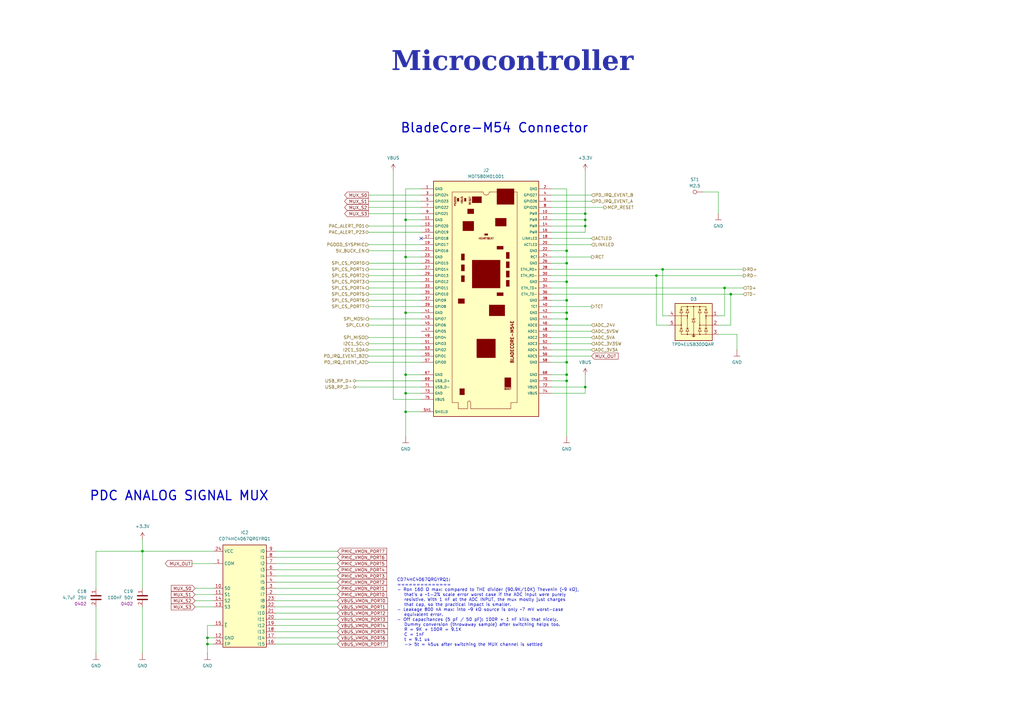
<source format=kicad_sch>
(kicad_sch (version 20250114) (generator "eeschema") (generator_version "9.0")
  (paper "A3")
  (title_block (title "Microcontroller") (date "2025-01-12") (rev "${REVISION}") (company "${COMPANY}"))
  (lib_symbols
    (symbol "DS_Capacitor_0402:100nF 50V 0402"
      (property "Reference" "C" (at 3.81 2.032 0))
      (property "Value" "100nF 50V" (at 3.81 0 0))
      (property "FOOTPRINT_SHORT" "0402" (at 3.81 -2.032 0))
      (symbol "100nF 50V 0402_0_1"
        (polyline (pts (xy -2.032 0.762) (xy 2.032 0.762)) (stroke (width 0.508)))
        (polyline (pts (xy -2.032 -0.762) (xy 2.032 -0.762)) (stroke (width 0.508)))
      )
      (symbol "100nF 50V 0402_1_1"
        (pin passive line (at 0 3.81 270) (length 2.794) (name "~") (number "1"))
        (pin passive line (at 0 -3.81 90) (length 2.794) (name "~") (number "2"))
      )
    )
    (symbol "DS_Capacitor_0402:4.7uF 25V 0402"
      (property "Reference" "C" (at 3.81 2.032 0))
      (property "Value" "4.7uF 25V" (at 3.81 0 0))
      (property "FOOTPRINT_SHORT" "0402" (at 3.81 -2.032 0))
      (symbol "4.7uF 25V 0402_0_1"
        (polyline (pts (xy -2.032 0.762) (xy 2.032 0.762)) (stroke (width 0.508)))
        (polyline (pts (xy -2.032 -0.762) (xy 2.032 -0.762)) (stroke (width 0.508)))
      )
      (symbol "4.7uF 25V 0402_1_1"
        (pin passive line (at 0 3.81 270) (length 2.794) (name "~") (number "1"))
        (pin passive line (at 0 -3.81 90) (length 2.794) (name "~") (number "2"))
      )
    )
    (symbol "DS_Connector:BladeCore-M54E" (exclude_from_sim yes) (in_bom no)
      (property "Reference" "J2" (at 0 53.34 0))
      (property "Value" "MDT580M01001" (at 0 50.8 0))
      (symbol "BladeCore-M54E_0_0"
        (rectangle (start -21.59 48.895) (end 21.59 -47.625) (stroke (width 0.254)) (fill (type background)))
        (pin power_in line (at -26.67 45.72 0) (length 5.08) (name "GND") (number "1"))
        (pin power_in line (at -26.67 33.02 0) (length 5.08) (name "GND") (number "11"))
        (pin power_in line (at -26.67 17.78 0) (length 5.08) (name "GND") (number "23"))
        (pin power_in line (at -26.67 -5.08 0) (length 5.08) (name "GND") (number "41"))
        (pin power_in line (at -26.67 -30.48 0) (length 5.08) (name "GND") (number "67"))
        (pin power_in line (at -26.67 -38.1 0) (length 5.08) (name "GND") (number "73"))
        (pin power_in line (at -26.67 -40.64 0) (length 5.08) (name "VBUS") (number "75"))
        (pin power_in line (at 26.67 45.72 180) (length 5.08) (name "GND") (number "2"))
        (pin power_in line (at 26.67 35.56 180) (length 5.08) (name "PWR") (number "10"))
        (pin power_in line (at 26.67 33.02 180) (length 5.08) (name "PWR") (number "12"))
        (pin power_in line (at 26.67 30.48 180) (length 5.08) (name "PWR") (number "14"))
        (pin power_in line (at 26.67 27.94 180) (length 5.08) (name "PWR") (number "16"))
        (pin power_in line (at 26.67 20.32 180) (length 5.08) (name "GND") (number "22"))
        (pin power_in line (at 26.67 15.24 180) (length 5.08) (name "GND") (number "26"))
        (pin power_in line (at 26.67 7.62 180) (length 5.08) (name "GND") (number "32"))
        (pin power_in line (at 26.67 0 180) (length 5.08) (name "GND") (number "38"))
        (pin power_in line (at 26.67 -5.08 180) (length 5.08) (name "GND") (number "42"))
        (pin power_in line (at 26.67 -7.62 180) (length 5.08) (name "GND") (number "44"))
        (pin power_in line (at 26.67 -25.4 180) (length 5.08) (name "GND") (number "58"))
        (pin power_in line (at 26.67 -30.48 180) (length 5.08) (name "GND") (number "68"))
        (pin power_in line (at 26.67 -33.02 180) (length 5.08) (name "GND") (number "70"))
        (pin power_in line (at 26.67 -35.56 180) (length 5.08) (name "VBUS") (number "72"))
        (pin power_in line (at 26.67 -38.1 180) (length 5.08) (name "VBUS") (number "74"))
      )
      (symbol "BladeCore-M54E_0_1"
        (polyline (pts (xy -13.97 44.45) (xy -2.54 44.45)))
        (polyline (pts (xy -13.97 -41.91) (xy -13.97 44.45)))
        (rectangle (start -11.811 41.91) (end -11.176 40.64) (fill (type outline)))
        (rectangle (start -11.43 -1.27) (end -8.89 0.635) (fill (type outline)))
        (polyline (pts (xy -11.43 -44.45) (xy -11.43 -41.91) (xy -13.97 -41.91)))
        (polyline (pts (xy -11.43 -44.45) (xy -7.62 -44.45) (xy -7.62 -41.91)))
        (rectangle (start -10.795 -36.195) (end -8.89 -38.735) (fill (type outline)))
        (rectangle (start -10.16 19.05) (end -8.89 16.51) (fill (type outline)))
        (rectangle (start -10.16 14.605) (end -8.89 12.065) (fill (type outline)))
        (rectangle (start -10.16 10.16) (end -8.89 7.62) (fill (type outline)))
        (rectangle (start -9.525 32.385) (end -5.08 28.575) (fill (type outline)))
        (rectangle (start -8.89 41.91) (end -8.255 40.64) (fill (type outline)))
        (rectangle (start -7.62 37.465) (end -5.08 35.56) (fill (type outline)))
        (arc (start -7.62 -41.91) (mid -7.434 -41.461) (end -6.985 -41.275))
        (arc (start -6.985 -41.275) (mid -6.536 -41.461) (end -6.35 -41.91))
        (polyline (pts (xy -6.35 -41.91) (xy -6.35 -44.45) (xy 8.89 -44.45) (xy 10.16 -44.45) (xy 10.16 -41.91) (xy 12.7 -41.91)))
        (rectangle (start -5.715 42.545) (end -1.905 40.005) (fill (type outline)))
        (rectangle (start -5.715 16.51) (end 5.715 5.08) (fill (type outline)))
        (rectangle (start -3.81 -15.875) (end 3.81 -23.495) (fill (type outline)))
        (polyline (pts (xy -2.54 44.45) (xy -1.905 44.45)))
        (polyline (pts (xy -1.905 44.45) (xy -1.27 44.45)))
        (rectangle (start -0.635 26.67) (end 0.635 27.305) (fill (type outline)))
        (arc (start 1.27 44.45) (mid 0.898 43.552) (end 0 43.18))
        (arc (start 0 43.18) (mid -0.898 43.552) (end -1.27 44.45))
        (polyline (pts (xy 1.27 44.45) (xy 1.905 44.45)))
        (rectangle (start 1.27 -1.905) (end 7.62 -6.35) (fill (type outline)))
        (polyline (pts (xy 2.54 44.45) (xy 1.905 44.45)))
        (polyline (pts (xy 2.54 44.45) (xy 12.7 44.45)))
        (rectangle (start 3.81 33.655) (end 8.255 30.48) (fill (type outline)))
        (rectangle (start 4.445 45.72) (end 11.43 39.37) (fill (type outline)))
        (rectangle (start 4.445 20.955) (end 6.985 22.225) (fill (type outline)))
        (rectangle (start 4.445 1.905) (end 6.985 3.175) (fill (type outline)))
        (rectangle (start 7.62 -31.75) (end 10.16 -35.56) (fill (type outline)))
        (rectangle (start 8.255 19.685) (end 9.525 17.145) (fill (type outline)))
        (rectangle (start 8.255 15.875) (end 9.525 13.335) (fill (type outline)))
        (rectangle (start 8.255 12.065) (end 9.525 9.525) (fill (type outline)))
        (rectangle (start 8.255 8.255) (end 9.525 5.715) (fill (type outline)))
        (polyline (pts (xy 12.7 44.45) (xy 12.7 -41.91)))
      )
      (symbol "BladeCore-M54E_1_0"
        (pin bidirectional line (at -26.67 43.18 0) (length 5.08) (name "GPIO24") (number "3"))
        (pin bidirectional line (at -26.67 40.64 0) (length 5.08) (name "GPIO23") (number "5"))
        (pin bidirectional line (at -26.67 38.1 0) (length 5.08) (name "GPIO22") (number "7"))
        (pin bidirectional line (at -26.67 35.56 0) (length 5.08) (name "GPIO21") (number "9"))
        (pin bidirectional line (at -26.67 30.48 0) (length 5.08) (name "GPIO20") (number "13"))
        (pin bidirectional line (at -26.67 27.94 0) (length 5.08) (name "GPIO19") (number "15"))
        (pin bidirectional line (at -26.67 25.4 0) (length 5.08) (name "GPIO18") (number "17"))
        (pin bidirectional line (at -26.67 22.86 0) (length 5.08) (name "GPIO17") (number "19"))
        (pin bidirectional line (at -26.67 20.32 0) (length 5.08) (name "GPIO16") (number "21"))
        (pin bidirectional line (at -26.67 15.24 0) (length 5.08) (name "GPIO15") (number "25"))
        (pin bidirectional line (at -26.67 12.7 0) (length 5.08) (name "GPIO14") (number "27"))
        (pin bidirectional line (at -26.67 10.16 0) (length 5.08) (name "GPIO13") (number "29"))
        (pin bidirectional line (at -26.67 7.62 0) (length 5.08) (name "GPIO12") (number "31"))
        (pin bidirectional line (at -26.67 5.08 0) (length 5.08) (name "GPIO11") (number "33"))
        (pin bidirectional line (at -26.67 2.54 0) (length 5.08) (name "GPIO10") (number "35"))
        (pin bidirectional line (at -26.67 0 0) (length 5.08) (name "GPIO9") (number "37"))
        (pin bidirectional line (at -26.67 -2.54 0) (length 5.08) (name "GPIO8") (number "39"))
        (pin bidirectional line (at -26.67 -7.62 0) (length 5.08) (name "GPIO7") (number "43"))
        (pin bidirectional line (at -26.67 -10.16 0) (length 5.08) (name "GPIO6") (number "45"))
        (pin bidirectional line (at -26.67 -12.7 0) (length 5.08) (name "GPIO5") (number "47"))
        (pin bidirectional line (at -26.67 -15.24 0) (length 5.08) (name "GPIO4") (number "49"))
        (pin bidirectional line (at -26.67 -17.78 0) (length 5.08) (name "GPIO3") (number "51"))
        (pin bidirectional line (at -26.67 -20.32 0) (length 5.08) (name "GPIO2") (number "53"))
        (pin bidirectional line (at -26.67 -22.86 0) (length 5.08) (name "GPIO1") (number "55"))
        (pin bidirectional line (at -26.67 -25.4 0) (length 5.08) (name "GPIO0") (number "57"))
        (pin bidirectional line (at -26.67 -33.02 0) (length 5.08) (name "USB_D+") (number "69"))
        (pin bidirectional line (at -26.67 -35.56 0) (length 5.08) (name "USB_D-") (number "71"))
        (pin power_in line (at -26.67 -45.72 0) (length 5.08) (name "SHIELD") (number "SH1"))
        (pin bidirectional line (at 26.67 43.18 180) (length 5.08) (name "GPIO27") (number "4"))
        (pin bidirectional line (at 26.67 40.64 180) (length 5.08) (name "GPIO26") (number "6"))
        (pin bidirectional line (at 26.67 38.1 180) (length 5.08) (name "GPIO25") (number "8"))
        (pin output line (at 26.67 25.4 180) (length 5.08) (name "LINKLED") (number "18"))
        (pin output line (at 26.67 22.86 180) (length 5.08) (name "ACTLED") (number "20"))
        (pin passive line (at 26.67 17.78 180) (length 5.08) (name "RCT") (number "24"))
        (pin input line (at 26.67 12.7 180) (length 5.08) (name "ETH_RD+") (number "28"))
        (pin input line (at 26.67 10.16 180) (length 5.08) (name "ETH_RD-") (number "30"))
        (pin output line (at 26.67 5.08 180) (length 5.08) (name "ETH_TD+") (number "34"))
        (pin output line (at 26.67 2.54 180) (length 5.08) (name "ETH_TD-") (number "36"))
        (pin passive line (at 26.67 -2.54 180) (length 5.08) (name "TCT") (number "40"))
        (pin input line (at 26.67 -10.16 180) (length 5.08) (name "ADC0") (number "46"))
        (pin input line (at 26.67 -12.7 180) (length 5.08) (name "ADC1") (number "48"))
        (pin input line (at 26.67 -15.24 180) (length 5.08) (name "ADC2") (number "50"))
        (pin input line (at 26.67 -17.78 180) (length 5.08) (name "ADC3") (number "52"))
        (pin input line (at 26.67 -20.32 180) (length 5.08) (name "ADC4") (number "54"))
        (pin input line (at 26.67 -22.86 180) (length 5.08) (name "ADC5") (number "56"))
      )
      (symbol "BladeCore-M54E_1_1"
        (text "PGOOD" (at -12.7 40.64 900) (effects (font (size 0.762 0.762))))
        (text "VBUS" (at -9.906 41.148 900) (effects (font (size 0.762 0.762))))
        (text "RESET" (at -6.604 40.894 900) (effects (font (size 0.762 0.762))))
        (text "HEARTBEAT" (at 0 25.4 0) (effects (font (size 0.762 0.762))))
        (text "BOOT" (at 8.89 -36.322 0) (effects (font (size 0.762 0.762))))
        (text "BLADECORE-M54E" (at 10.668 -17.018 900) (effects (font (size 1.27 1.27) (thickness 0.254) (bold yes))))
      )
    )
    (symbol "DS_Diode:TPD4EUSB30DQAR"
      (property "Reference" "D" (at -0.254 12.192 0))
      (property "Value" "TPD4EUSB30DQAR" (at -1.016 -12.7 0))
      (symbol "TPD4EUSB30DQAR_0_0"
        (rectangle (start -7.62 7.62) (end 7.62 -7.62) (stroke (width 0.254)) (fill (type background)))
        (polyline (pts (xy -5.715 3.81) (xy -5.08 3.81)) (stroke (width 0.1524)))
        (polyline (pts (xy -5.715 -3.81) (xy -5.08 -3.81)) (stroke (width 0.1524)))
        (polyline (pts (xy -5.08 6.35) (xy -2.54 6.35)) (stroke (width 0.1524)))
        (polyline (pts (xy -5.08 5.08) (xy -5.715 3.81)) (stroke (width 0.1524)))
        (polyline (pts (xy -5.08 5.08) (xy -5.588 5.08)) (stroke (width 0.1524)))
        (polyline (pts (xy -5.08 5.08) (xy -5.08 6.35)) (stroke (width 0.1524)))
        (polyline (pts (xy -5.08 3.81) (xy -5.08 -1.27)) (stroke (width 0.1524)))
        (polyline (pts (xy -5.08 3.81) (xy -4.445 3.81)) (stroke (width 0.1524)))
        (polyline (pts (xy -5.08 0) (xy -5.08 -2.54)) (stroke (width 0.1524)))
        (circle (center -5.08 -1.27) (radius 0.127) (stroke (width 0.254)))
        (polyline (pts (xy -5.08 -1.27) (xy -7.62 -1.27)) (stroke (width 0.1524)))
        (polyline (pts (xy -5.08 -2.54) (xy -5.715 -3.81)) (stroke (width 0.1524)))
        (polyline (pts (xy -5.08 -2.54) (xy -5.588 -2.54)) (stroke (width 0.1524)))
        (polyline (pts (xy -5.08 -3.81) (xy -5.08 -5.08)) (stroke (width 0.1524)))
        (polyline (pts (xy -5.08 -3.81) (xy -4.445 -3.81)) (stroke (width 0.1524)))
        (polyline (pts (xy -5.08 -5.08) (xy -2.54 -5.08)) (stroke (width 0.1524)))
        (polyline (pts (xy -4.572 5.08) (xy -5.08 5.08)) (stroke (width 0.1524)))
        (polyline (pts (xy -4.572 -2.54) (xy -5.08 -2.54)) (stroke (width 0.1524)))
        (polyline (pts (xy -4.445 3.81) (xy -5.08 5.08)) (stroke (width 0.1524)))
        (polyline (pts (xy -4.445 -3.81) (xy -5.08 -2.54)) (stroke (width 0.1524)))
        (polyline (pts (xy -3.175 3.81) (xy -2.54 3.81)) (stroke (width 0.1524)))
        (polyline (pts (xy -3.175 -3.81) (xy -2.54 -3.81)) (stroke (width 0.1524)))
        (circle (center -2.54 6.35) (radius 0.127) (stroke (width 0.254)))
        (polyline (pts (xy -2.54 6.35) (xy 0 6.35)) (stroke (width 0.1524)))
        (polyline (pts (xy -2.54 5.08) (xy -3.175 3.81)) (stroke (width 0.1524)))
        (polyline (pts (xy -2.54 5.08) (xy -3.048 5.08)) (stroke (width 0.1524)))
        (polyline (pts (xy -2.54 5.08) (xy -2.54 6.35)) (stroke (width 0.1524)))
        (polyline (pts (xy -2.54 3.81) (xy -2.54 1.27)) (stroke (width 0.1524)))
        (polyline (pts (xy -2.54 3.81) (xy -1.905 3.81)) (stroke (width 0.1524)))
        (circle (center -2.54 2.54) (radius 0.127) (stroke (width 0.254)))
        (polyline (pts (xy -2.54 2.54) (xy -7.62 2.54)) (stroke (width 0.1524)))
        (polyline (pts (xy -2.54 2.54) (xy -2.54 -2.54)) (stroke (width 0.1524)))
        (polyline (pts (xy -2.54 -2.54) (xy -3.175 -3.81)) (stroke (width 0.1524)))
        (polyline (pts (xy -2.54 -2.54) (xy -3.048 -2.54)) (stroke (width 0.1524)))
        (polyline (pts (xy -2.54 -3.81) (xy -2.54 -5.08)) (stroke (width 0.1524)))
        (polyline (pts (xy -2.54 -3.81) (xy -1.905 -3.81)) (stroke (width 0.1524)))
        (circle (center -2.54 -5.08) (radius 0.127) (stroke (width 0.254)))
        (polyline (pts (xy -2.54 -5.08) (xy 2.54 -5.08)) (stroke (width 0.1524)))
        (polyline (pts (xy -2.032 5.08) (xy -2.54 5.08)) (stroke (width 0.1524)))
        (polyline (pts (xy -2.032 -2.54) (xy -2.54 -2.54)) (stroke (width 0.1524)))
        (polyline (pts (xy -1.905 3.81) (xy -2.54 5.08)) (stroke (width 0.1524)))
        (polyline (pts (xy -1.905 -3.81) (xy -2.54 -2.54)) (stroke (width 0.1524)))
        (polyline (pts (xy -0.635 0) (xy 0.635 0)) (stroke (width 0.1524)))
        (polyline (pts (xy -0.508 1.27) (xy -0.762 1.016)) (stroke (width 0.1524)))
        (polyline (pts (xy -0.508 1.27) (xy 0 1.27)) (stroke (width 0.1524)))
        (polyline (pts (xy -0.508 -5.842) (xy 0.508 -5.842)) (stroke (width 0.1524)))
        (polyline (pts (xy -0.254 -6.096) (xy 0.254 -6.096)) (stroke (width 0.1524)))
        (circle (center 0 6.35) (radius 0.127) (stroke (width 0.254)))
        (polyline (pts (xy 0 6.35) (xy 2.54 6.35)) (stroke (width 0.1524)))
        (polyline (pts (xy 0 1.27) (xy -0.635 0)) (stroke (width 0.1524)))
        (polyline (pts (xy 0 1.27) (xy 0 6.35)) (stroke (width 0.1524)))
        (polyline (pts (xy 0 1.27) (xy 0.508 1.27)) (stroke (width 0.1524)))
        (polyline (pts (xy 0 0) (xy 0 -5.08)) (stroke (width 0.1524)))
        (polyline (pts (xy 0 -5.08) (xy 0 -6.0641)) (stroke (width 0.1524)))
        (circle (center 0 -5.08) (radius 0.127) (stroke (width 0.254)))
        (circle (center 0 -5.08) (radius 0.127) (stroke (width 0.254)))
        (polyline (pts (xy 0 -5.588) (xy -0.762 -5.588)) (stroke (width 0.1524)))
        (polyline (pts (xy 0 -5.588) (xy 0.762 -5.588)) (stroke (width 0.1524)))
        (polyline (pts (xy 0.508 1.27) (xy 0.762 1.524)) (stroke (width 0.1524)))
        (polyline (pts (xy 0.635 0) (xy 0 1.27)) (stroke (width 0.1524)))
        (polyline (pts (xy 1.905 3.81) (xy 2.54 3.81)) (stroke (width 0.1524)))
        (polyline (pts (xy 1.905 -3.81) (xy 2.54 -3.81)) (stroke (width 0.1524)))
        (polyline (pts (xy 2.54 6.35) (xy 5.08 6.35)) (stroke (width 0.1524)))
        (circle (center 2.54 6.35) (radius 0.127) (stroke (width 0.254)))
        (polyline (pts (xy 2.54 5.08) (xy 1.905 3.81)) (stroke (width 0.1524)))
        (polyline (pts (xy 2.54 5.08) (xy 2.032 5.08)) (stroke (width 0.1524)))
        (polyline (pts (xy 2.54 5.08) (xy 2.54 6.35)) (stroke (width 0.1524)))
        (polyline (pts (xy 2.54 3.81) (xy 2.54 -1.27)) (stroke (width 0.1524)))
        (polyline (pts (xy 2.54 3.81) (xy 3.175 3.81)) (stroke (width 0.1524)))
        (polyline (pts (xy 2.54 0) (xy 2.54 -2.54)) (stroke (width 0.1524)))
        (polyline (pts (xy 2.54 -1.27) (xy 7.62 -1.27)) (stroke (width 0.1524)))
        (circle (center 2.54 -1.27) (radius 0.127) (stroke (width 0.254)))
        (polyline (pts (xy 2.54 -2.54) (xy 1.905 -3.81)) (stroke (width 0.1524)))
        (polyline (pts (xy 2.54 -2.54) (xy 2.032 -2.54)) (stroke (width 0.1524)))
        (polyline (pts (xy 2.54 -3.81) (xy 2.54 -5.08)) (stroke (width 0.1524)))
        (polyline (pts (xy 2.54 -3.81) (xy 3.175 -3.81)) (stroke (width 0.1524)))
        (polyline (pts (xy 2.54 -5.08) (xy 5.08 -5.08)) (stroke (width 0.1524)))
        (circle (center 2.54 -5.08) (radius 0.127) (stroke (width 0.254)))
        (polyline (pts (xy 3.048 5.08) (xy 2.54 5.08)) (stroke (width 0.1524)))
        (polyline (pts (xy 3.048 -2.54) (xy 2.54 -2.54)) (stroke (width 0.1524)))
        (polyline (pts (xy 3.175 3.81) (xy 2.54 5.08)) (stroke (width 0.1524)))
        (polyline (pts (xy 3.175 -3.81) (xy 2.54 -2.54)) (stroke (width 0.1524)))
        (polyline (pts (xy 4.445 3.81) (xy 5.08 3.81)) (stroke (width 0.1524)))
        (polyline (pts (xy 4.445 -3.81) (xy 5.08 -3.81)) (stroke (width 0.1524)))
        (polyline (pts (xy 5.08 6.35) (xy 5.08 5.08)) (stroke (width 0.1524)))
        (polyline (pts (xy 5.08 5.08) (xy 4.445 3.81)) (stroke (width 0.1524)))
        (polyline (pts (xy 5.08 5.08) (xy 4.572 5.08)) (stroke (width 0.1524)))
        (polyline (pts (xy 5.08 3.81) (xy 5.08 1.27)) (stroke (width 0.1524)))
        (polyline (pts (xy 5.08 3.81) (xy 5.715 3.81)) (stroke (width 0.1524)))
        (polyline (pts (xy 5.08 2.54) (xy 5.08 -2.54)) (stroke (width 0.1524)))
        (polyline (pts (xy 5.08 2.54) (xy 7.62 2.54)) (stroke (width 0.1524)))
        (circle (center 5.08 2.54) (radius 0.127) (stroke (width 0.254)))
        (polyline (pts (xy 5.08 -2.54) (xy 4.445 -3.81)) (stroke (width 0.1524)))
        (polyline (pts (xy 5.08 -2.54) (xy 4.572 -2.54)) (stroke (width 0.1524)))
        (polyline (pts (xy 5.08 -3.81) (xy 5.715 -3.81)) (stroke (width 0.1524)))
        (polyline (pts (xy 5.08 -5.08) (xy 5.08 -3.81)) (stroke (width 0.1524)))
        (polyline (pts (xy 5.08 -5.08) (xy 7.62 -5.08)) (stroke (width 0.1524)))
        (polyline (pts (xy 5.588 5.08) (xy 5.08 5.08)) (stroke (width 0.1524)))
        (polyline (pts (xy 5.588 -2.54) (xy 5.08 -2.54)) (stroke (width 0.1524)))
        (polyline (pts (xy 5.715 3.81) (xy 5.08 5.08)) (stroke (width 0.1524)))
        (polyline (pts (xy 5.715 -3.81) (xy 5.08 -2.54)) (stroke (width 0.1524)))
        (pin bidirectional line (at -10.16 2.54 0) (length 2.54) (name "~") (number "4"))
        (pin bidirectional line (at -10.16 -1.27 0) (length 2.54) (name "~") (number "5"))
        (pin bidirectional line (at 10.16 2.54 180) (length 2.54) (name "~") (number "1"))
        (pin bidirectional line (at 10.16 -1.27 180) (length 2.54) (name "~") (number "2"))
        (pin power_in line (at 10.16 -5.08 180) (length 2.54) (name "~") (number "3"))
      )
    )
    (symbol "DS_Peripherals:CD74HC4067QRGYRQ1"
      (property "Reference" "IC" (at -7.366 23.114 0))
      (property "Value" "CD74HC4067QRGYRQ1" (at -0.254 -24.892 0))
      (symbol "CD74HC4067QRGYRQ1_0_1"
        (rectangle (start -8.89 21.59) (end 8.89 -20.32) (stroke (width 0.254)) (fill (type background)))
      )
      (symbol "CD74HC4067QRGYRQ1_1_1"
        (pin power_in line (at -12.7 19.05 0) (length 3.81) (name "VCC") (number "24"))
        (pin passive line (at -12.7 13.97 0) (length 3.81) (name "COM") (number "1"))
        (pin input line (at -12.7 3.81 0) (length 3.81) (name "S0") (number "10"))
        (pin input line (at -12.7 1.27 0) (length 3.81) (name "S1") (number "11"))
        (pin input line (at -12.7 -1.27 0) (length 3.81) (name "S2") (number "14"))
        (pin input line (at -12.7 -3.81 0) (length 3.81) (name "S3") (number "13"))
        (pin input line (at -12.7 -11.43 0) (length 3.81) (name "~{E}") (number "15"))
        (pin power_in line (at -12.7 -16.51 0) (length 3.81) (name "GND") (number "12"))
        (pin power_in line (at -12.7 -19.05 0) (length 3.81) (name "EP") (number "25"))
        (pin passive line (at 12.7 19.05 180) (length 3.81) (name "I0") (number "9"))
        (pin passive line (at 12.7 16.51 180) (length 3.81) (name "I1") (number "8"))
        (pin passive line (at 12.7 13.97 180) (length 3.81) (name "I2") (number "7"))
        (pin passive line (at 12.7 11.43 180) (length 3.81) (name "I3") (number "6"))
        (pin passive line (at 12.7 8.89 180) (length 3.81) (name "I4") (number "5"))
        (pin passive line (at 12.7 6.35 180) (length 3.81) (name "I5") (number "4"))
        (pin passive line (at 12.7 3.81 180) (length 3.81) (name "I6") (number "3"))
        (pin passive line (at 12.7 1.27 180) (length 3.81) (name "I7") (number "2"))
        (pin passive line (at 12.7 -1.27 180) (length 3.81) (name "I8") (number "23"))
        (pin passive line (at 12.7 -3.81 180) (length 3.81) (name "I9") (number "22"))
        (pin passive line (at 12.7 -6.35 180) (length 3.81) (name "I10") (number "21"))
        (pin passive line (at 12.7 -8.89 180) (length 3.81) (name "I11") (number "20"))
        (pin passive line (at 12.7 -11.43 180) (length 3.81) (name "I12") (number "19"))
        (pin passive line (at 12.7 -13.97 180) (length 3.81) (name "I13") (number "18"))
        (pin passive line (at 12.7 -16.51 180) (length 3.81) (name "I14") (number "17"))
        (pin passive line (at 12.7 -19.05 180) (length 3.81) (name "I15") (number "16"))
      )
    )
    (symbol "DS_Supply:GND" (power) (pin_numbers (hide yes)) (pin_names (offset 0) (hide yes))
      (property "Value" "GND" (at 0 -3.81 0))
      (symbol "GND_0_1"
        (polyline (pts (xy 0 0) (xy 0 -2.54) (xy 1.27 -2.54) (xy 0 -2.54) (xy -1.27 -2.54) (xy 0 -2.54)))
      )
      (symbol "GND_1_1"
        (pin power_in line (at 0 0 270) (length 0) (name "~") (number "1"))
      )
    )
    (symbol "DS_Test:PCIe Hole M2.5 4.5mm"
      (property "Reference" "ST" (at 0 4.064 0))
      (property "Value" "M2.5" (at 3.81 0.762 0))
      (symbol "PCIe Hole M2.5 4.5mm_0_1"
        (circle (center 0 2.032) (radius 0.762))
      )
      (symbol "PCIe Hole M2.5 4.5mm_1_1"
        (pin passive line (at 0 -1.27 90) (length 2.54) (name "") (number "1"))
      )
    )
    (symbol "power:+3.3V" (power) (pin_numbers (hide yes)) (pin_names (offset 0) (hide yes))
      (property "Value" "+3.3V" (at 0 3.556 0))
      (symbol "+3.3V_0_1"
        (polyline (pts (xy -0.762 1.27) (xy 0 2.54)))
        (polyline (pts (xy 0 2.54) (xy 0.762 1.27)))
        (polyline (pts (xy 0 0) (xy 0 2.54)))
      )
      (symbol "+3.3V_1_1"
        (pin power_in line (at 0 0 90) (length 0) (name "~") (number "1"))
      )
    )
    (symbol "power:VBUS" (power) (pin_numbers (hide yes)) (pin_names (offset 0) (hide yes))
      (property "Value" "VBUS" (at 0 3.556 0))
      (symbol "VBUS_0_1"
        (polyline (pts (xy -0.762 1.27) (xy 0 2.54)))
        (polyline (pts (xy 0 2.54) (xy 0.762 1.27)))
        (polyline (pts (xy 0 0) (xy 0 2.54)))
      )
      (symbol "VBUS_1_1"
        (pin power_in line (at 0 0 90) (length 0) (name "~") (number "1"))
      )
    )
  )
  (text "CD74HC4067QRGYRQ1:\n==============\n- Ron 160 Ω max: compared to THE divider (90.9K/10K) Thevenin (~9 kΩ), \n   that's a ~1-2% scale error worst case if the ADC input were purely \n   resistive. With 1 nF at the ADC INPUT, the mux mostly just charges \n   that cap, so the practical impact is smaller.\n- Leakage 800 nA max: into ~9 kΩ source is only ~7 mV worst-case \n   equivalent error.\n- Off capacitances (5 pF / 50 pF): 100R + 1 nF kills that nicely. \n   Dummy conversion (throwaway sample) after switching helps too.\n   R = 9K + 100R = 9.1K\n   C = 1nF\n   t = 9.1 us\n   -> 5t = 45us after switching the MUX channel is settled\n" (at 162.814 251.206 0) (effects (font (size 1.27 1.27)) (justify left)))
  (text "PDC ANALOG SIGNAL MUX" (at 36.576 203.454 0) (effects (font (size 3.81 3.81) (thickness 0.508) (bold yes)) (justify left)))
  (text "BladeCore-M54 Connector" (at 164.084 52.578 0) (effects (font (size 3.81 3.81) (thickness 0.508) (bold yes)) (justify left)))
  (text_box "Microcontroller" (at 12.7 19.05 0) (size 394.97 12.7) (margins 5.9999 5.9999 5.9999 5.9999) (stroke (width -0.0001)) (effects (font (size 8 8) (thickness 1.2) (bold yes))))
  (junction (at 232.41 156.21))
  (junction (at 232.41 128.27))
  (junction (at 232.41 107.95))
  (junction (at 166.37 153.67))
  (junction (at 232.41 115.57))
  (junction (at 297.18 118.11))
  (junction (at 240.03 87.63))
  (junction (at 85.09 261.62))
  (junction (at 240.03 92.71))
  (junction (at 166.37 90.17))
  (junction (at 269.24 113.03))
  (junction (at 232.41 130.81))
  (junction (at 166.37 161.29))
  (junction (at 299.72 120.65))
  (junction (at 271.78 110.49))
  (junction (at 232.41 148.59))
  (junction (at 232.41 102.87))
  (junction (at 232.41 153.67))
  (junction (at 166.37 128.27))
  (junction (at 166.37 105.41))
  (junction (at 58.42 226.06))
  (junction (at 166.37 168.91))
  (junction (at 232.41 123.19))
  (junction (at 85.09 264.16))
  (junction (at 240.03 90.17))
  (junction (at 240.03 158.75))
  (no_connect (at 172.72 97.79))
  (wire (pts (xy 294.64 137.16) (xy 302.26 137.16)))
  (wire (pts (xy 294.64 129.54) (xy 297.18 129.54)))
  (wire (pts (xy 138.43 231.14) (xy 113.03 231.14)))
  (wire (pts (xy 242.57 133.35) (xy 226.06 133.35)))
  (wire (pts (xy 85.09 261.62) (xy 85.09 264.16)))
  (wire (pts (xy 151.13 140.97) (xy 172.72 140.97)))
  (wire (pts (xy 151.13 110.49) (xy 172.72 110.49)))
  (wire (pts (xy 294.64 133.35) (xy 299.72 133.35)))
  (wire (pts (xy 232.41 102.87) (xy 232.41 107.95)))
  (wire (pts (xy 113.03 238.76) (xy 138.43 238.76)))
  (wire (pts (xy 166.37 161.29) (xy 166.37 168.91)))
  (wire (pts (xy 294.64 78.74) (xy 294.64 87.63)))
  (wire (pts (xy 226.06 107.95) (xy 232.41 107.95)))
  (wire (pts (xy 226.06 90.17) (xy 240.03 90.17)))
  (wire (pts (xy 80.01 248.92) (xy 87.63 248.92)))
  (wire (pts (xy 242.57 82.55) (xy 226.06 82.55)))
  (wire (pts (xy 240.03 161.29) (xy 240.03 158.75)))
  (wire (pts (xy 242.57 100.33) (xy 226.06 100.33)))
  (wire (pts (xy 166.37 168.91) (xy 166.37 179.07)))
  (wire (pts (xy 166.37 153.67) (xy 172.72 153.67)))
  (wire (pts (xy 138.43 236.22) (xy 113.03 236.22)))
  (wire (pts (xy 166.37 90.17) (xy 172.72 90.17)))
  (wire (pts (xy 151.13 85.09) (xy 172.72 85.09)))
  (wire (pts (xy 80.01 243.84) (xy 87.63 243.84)))
  (wire (pts (xy 242.57 146.05) (xy 226.06 146.05)))
  (wire (pts (xy 85.09 264.16) (xy 85.09 267.97)))
  (wire (pts (xy 166.37 153.67) (xy 166.37 161.29)))
  (wire (pts (xy 80.01 246.38) (xy 87.63 246.38)))
  (wire (pts (xy 226.06 161.29) (xy 240.03 161.29)))
  (wire (pts (xy 240.03 158.75) (xy 240.03 153.67)))
  (wire (pts (xy 297.18 118.11) (xy 297.18 129.54)))
  (wire (pts (xy 151.13 113.03) (xy 172.72 113.03)))
  (wire (pts (xy 151.13 138.43) (xy 172.72 138.43)))
  (wire (pts (xy 269.24 113.03) (xy 226.06 113.03)))
  (wire (pts (xy 151.13 118.11) (xy 172.72 118.11)))
  (wire (pts (xy 146.05 158.75) (xy 172.72 158.75)))
  (wire (pts (xy 226.06 92.71) (xy 240.03 92.71)))
  (wire (pts (xy 138.43 243.84) (xy 113.03 243.84)))
  (wire (pts (xy 85.09 256.54) (xy 85.09 261.62)))
  (wire (pts (xy 226.06 118.11) (xy 297.18 118.11)))
  (wire (pts (xy 151.13 146.05) (xy 172.72 146.05)))
  (wire (pts (xy 151.13 95.25) (xy 172.72 95.25)))
  (wire (pts (xy 151.13 148.59) (xy 172.72 148.59)))
  (wire (pts (xy 151.13 133.35) (xy 172.72 133.35)))
  (wire (pts (xy 58.42 248.92) (xy 58.42 267.97)))
  (wire (pts (xy 58.42 226.06) (xy 58.42 241.3)))
  (wire (pts (xy 242.57 140.97) (xy 226.06 140.97)))
  (wire (pts (xy 242.57 97.79) (xy 226.06 97.79)))
  (wire (pts (xy 138.43 233.68) (xy 113.03 233.68)))
  (wire (pts (xy 151.13 82.55) (xy 172.72 82.55)))
  (wire (pts (xy 87.63 261.62) (xy 85.09 261.62)))
  (wire (pts (xy 138.43 261.62) (xy 113.03 261.62)))
  (wire (pts (xy 226.06 120.65) (xy 299.72 120.65)))
  (wire (pts (xy 166.37 77.47) (xy 166.37 90.17)))
  (wire (pts (xy 151.13 102.87) (xy 172.72 102.87)))
  (wire (pts (xy 166.37 90.17) (xy 166.37 105.41)))
  (wire (pts (xy 232.41 115.57) (xy 232.41 123.19)))
  (wire (pts (xy 166.37 168.91) (xy 172.72 168.91)))
  (wire (pts (xy 269.24 133.35) (xy 269.24 113.03)))
  (wire (pts (xy 58.42 220.98) (xy 58.42 226.06)))
  (wire (pts (xy 232.41 130.81) (xy 232.41 148.59)))
  (wire (pts (xy 226.06 87.63) (xy 240.03 87.63)))
  (wire (pts (xy 138.43 228.6) (xy 113.03 228.6)))
  (wire (pts (xy 138.43 254) (xy 113.03 254)))
  (wire (pts (xy 242.57 135.89) (xy 226.06 135.89)))
  (wire (pts (xy 242.57 143.51) (xy 226.06 143.51)))
  (wire (pts (xy 78.74 231.14) (xy 87.63 231.14)))
  (wire (pts (xy 232.41 156.21) (xy 232.41 179.07)))
  (wire (pts (xy 226.06 77.47) (xy 232.41 77.47)))
  (wire (pts (xy 166.37 105.41) (xy 166.37 128.27)))
  (wire (pts (xy 113.03 241.3) (xy 138.43 241.3)))
  (wire (pts (xy 226.06 148.59) (xy 232.41 148.59)))
  (wire (pts (xy 247.65 85.09) (xy 226.06 85.09)))
  (wire (pts (xy 87.63 256.54) (xy 85.09 256.54)))
  (wire (pts (xy 242.57 138.43) (xy 226.06 138.43)))
  (wire (pts (xy 172.72 163.83) (xy 161.29 163.83)))
  (wire (pts (xy 240.03 95.25) (xy 240.03 92.71)))
  (wire (pts (xy 151.13 123.19) (xy 172.72 123.19)))
  (wire (pts (xy 39.37 267.97) (xy 39.37 248.92)))
  (wire (pts (xy 138.43 256.54) (xy 113.03 256.54)))
  (wire (pts (xy 151.13 143.51) (xy 172.72 143.51)))
  (wire (pts (xy 58.42 226.06) (xy 87.63 226.06)))
  (wire (pts (xy 226.06 95.25) (xy 240.03 95.25)))
  (wire (pts (xy 166.37 128.27) (xy 166.37 153.67)))
  (wire (pts (xy 232.41 123.19) (xy 232.41 128.27)))
  (wire (pts (xy 172.72 105.41) (xy 166.37 105.41)))
  (wire (pts (xy 138.43 246.38) (xy 113.03 246.38)))
  (wire (pts (xy 240.03 69.85) (xy 240.03 87.63)))
  (wire (pts (xy 226.06 102.87) (xy 232.41 102.87)))
  (wire (pts (xy 240.03 90.17) (xy 240.03 87.63)))
  (wire (pts (xy 274.32 133.35) (xy 269.24 133.35)))
  (wire (pts (xy 113.03 264.16) (xy 138.43 264.16)))
  (wire (pts (xy 232.41 77.47) (xy 232.41 102.87)))
  (wire (pts (xy 226.06 123.19) (xy 232.41 123.19)))
  (wire (pts (xy 226.06 153.67) (xy 232.41 153.67)))
  (wire (pts (xy 299.72 120.65) (xy 299.72 133.35)))
  (wire (pts (xy 151.13 100.33) (xy 172.72 100.33)))
  (wire (pts (xy 172.72 77.47) (xy 166.37 77.47)))
  (wire (pts (xy 299.72 120.65) (xy 304.8 120.65)))
  (wire (pts (xy 226.06 115.57) (xy 232.41 115.57)))
  (wire (pts (xy 151.13 125.73) (xy 172.72 125.73)))
  (wire (pts (xy 297.18 118.11) (xy 304.8 118.11)))
  (wire (pts (xy 138.43 251.46) (xy 113.03 251.46)))
  (wire (pts (xy 274.32 129.54) (xy 271.78 129.54)))
  (wire (pts (xy 161.29 163.83) (xy 161.29 69.85)))
  (wire (pts (xy 304.8 113.03) (xy 269.24 113.03)))
  (wire (pts (xy 242.57 105.41) (xy 226.06 105.41)))
  (wire (pts (xy 240.03 92.71) (xy 240.03 90.17)))
  (wire (pts (xy 232.41 128.27) (xy 232.41 130.81)))
  (wire (pts (xy 226.06 158.75) (xy 240.03 158.75)))
  (wire (pts (xy 151.13 87.63) (xy 172.72 87.63)))
  (wire (pts (xy 226.06 130.81) (xy 232.41 130.81)))
  (wire (pts (xy 271.78 129.54) (xy 271.78 110.49)))
  (wire (pts (xy 166.37 128.27) (xy 172.72 128.27)))
  (wire (pts (xy 226.06 128.27) (xy 232.41 128.27)))
  (wire (pts (xy 288.29 78.74) (xy 294.64 78.74)))
  (wire (pts (xy 151.13 107.95) (xy 172.72 107.95)))
  (wire (pts (xy 39.37 226.06) (xy 58.42 226.06)))
  (wire (pts (xy 146.05 156.21) (xy 172.72 156.21)))
  (wire (pts (xy 39.37 241.3) (xy 39.37 226.06)))
  (wire (pts (xy 151.13 80.01) (xy 172.72 80.01)))
  (wire (pts (xy 151.13 115.57) (xy 172.72 115.57)))
  (wire (pts (xy 232.41 107.95) (xy 232.41 115.57)))
  (wire (pts (xy 85.09 264.16) (xy 87.63 264.16)))
  (wire (pts (xy 232.41 148.59) (xy 232.41 153.67)))
  (wire (pts (xy 151.13 92.71) (xy 172.72 92.71)))
  (wire (pts (xy 113.03 248.92) (xy 138.43 248.92)))
  (wire (pts (xy 138.43 226.06) (xy 113.03 226.06)))
  (wire (pts (xy 166.37 161.29) (xy 172.72 161.29)))
  (wire (pts (xy 242.57 125.73) (xy 226.06 125.73)))
  (wire (pts (xy 304.8 110.49) (xy 271.78 110.49)))
  (wire (pts (xy 226.06 156.21) (xy 232.41 156.21)))
  (wire (pts (xy 151.13 130.81) (xy 172.72 130.81)))
  (wire (pts (xy 271.78 110.49) (xy 226.06 110.49)))
  (wire (pts (xy 242.57 80.01) (xy 226.06 80.01)))
  (wire (pts (xy 113.03 259.08) (xy 138.43 259.08)))
  (wire (pts (xy 302.26 137.16) (xy 302.26 143.51)))
  (wire (pts (xy 232.41 153.67) (xy 232.41 156.21)))
  (wire (pts (xy 80.01 241.3) (xy 87.63 241.3)))
  (wire (pts (xy 151.13 120.65) (xy 172.72 120.65)))
  (global_label "PMIC_VMON_PORT5" (shape input) (at 138.43 231.14 0) (property "Intersheetrefs" "${INTERSHEET_REFS}" (effects (hide yes))))
  (global_label "MUX_S3" (shape input) (at 80.01 248.92 180) (property "Intersheetrefs" "${INTERSHEET_REFS}" (effects (hide yes))))
  (global_label "MUX_S0" (shape input) (at 80.01 241.3 180) (property "Intersheetrefs" "${INTERSHEET_REFS}" (effects (hide yes))))
  (global_label "VBUS_VMON_PORT7" (shape input) (at 138.43 264.16 0) (property "Intersheetrefs" "${INTERSHEET_REFS}" (effects (hide yes))))
  (global_label "MUX_S0" (shape output) (at 151.13 80.01 180) (property "Intersheetrefs" "${INTERSHEET_REFS}" (effects (hide yes))))
  (global_label "PMIC_VMON_PORT6" (shape input) (at 138.43 228.6 0) (property "Intersheetrefs" "${INTERSHEET_REFS}" (effects (hide yes))))
  (global_label "MUX_S2" (shape output) (at 151.13 85.09 180) (property "Intersheetrefs" "${INTERSHEET_REFS}" (effects (hide yes))))
  (global_label "VBUS_VMON_PORT2" (shape input) (at 138.43 251.46 0) (property "Intersheetrefs" "${INTERSHEET_REFS}" (effects (hide yes))))
  (global_label "PMIC_VMON_PORT0" (shape input) (at 138.43 243.84 0) (property "Intersheetrefs" "${INTERSHEET_REFS}" (effects (hide yes))))
  (global_label "VBUS_VMON_PORT3" (shape input) (at 138.43 254 0) (property "Intersheetrefs" "${INTERSHEET_REFS}" (effects (hide yes))))
  (global_label "MUX_S2" (shape input) (at 80.01 246.38 180) (property "Intersheetrefs" "${INTERSHEET_REFS}" (effects (hide yes))))
  (global_label "VBUS_VMON_PORT6" (shape input) (at 138.43 261.62 0) (property "Intersheetrefs" "${INTERSHEET_REFS}" (effects (hide yes))))
  (global_label "VBUS_VMON_PORT5" (shape input) (at 138.43 259.08 0) (property "Intersheetrefs" "${INTERSHEET_REFS}" (effects (hide yes))))
  (global_label "VBUS_VMON_PORT4" (shape input) (at 138.43 256.54 0) (property "Intersheetrefs" "${INTERSHEET_REFS}" (effects (hide yes))))
  (global_label "VBUS_VMON_PORT0" (shape input) (at 138.43 246.38 0) (property "Intersheetrefs" "${INTERSHEET_REFS}" (effects (hide yes))))
  (global_label "VBUS_VMON_PORT1" (shape input) (at 138.43 248.92 0) (property "Intersheetrefs" "${INTERSHEET_REFS}" (effects (hide yes))))
  (global_label "PMIC_VMON_PORT3" (shape input) (at 138.43 236.22 0) (property "Intersheetrefs" "${INTERSHEET_REFS}" (effects (hide yes))))
  (global_label "MUX_OUT" (shape output) (at 78.74 231.14 180) (property "Intersheetrefs" "${INTERSHEET_REFS}" (effects (hide yes))))
  (global_label "PMIC_VMON_PORT2" (shape input) (at 138.43 238.76 0) (property "Intersheetrefs" "${INTERSHEET_REFS}" (effects (hide yes))))
  (global_label "PMIC_VMON_PORT4" (shape input) (at 138.43 233.68 0) (property "Intersheetrefs" "${INTERSHEET_REFS}" (effects (hide yes))))
  (global_label "PMIC_VMON_PORT7" (shape input) (at 138.43 226.06 0) (property "Intersheetrefs" "${INTERSHEET_REFS}" (effects (hide yes))))
  (global_label "MUX_OUT" (shape input) (at 242.57 146.05 0) (property "Intersheetrefs" "${INTERSHEET_REFS}" (effects (hide yes))))
  (global_label "PMIC_VMON_PORT1" (shape input) (at 138.43 241.3 0) (property "Intersheetrefs" "${INTERSHEET_REFS}" (effects (hide yes))))
  (global_label "MUX_S3" (shape output) (at 151.13 87.63 180) (property "Intersheetrefs" "${INTERSHEET_REFS}" (effects (hide yes))))
  (global_label "MUX_S1" (shape input) (at 80.01 243.84 180) (property "Intersheetrefs" "${INTERSHEET_REFS}" (effects (hide yes))))
  (global_label "MUX_S1" (shape output) (at 151.13 82.55 180) (property "Intersheetrefs" "${INTERSHEET_REFS}" (effects (hide yes))))
  (hierarchical_label "ADC_5VA" (shape input) (at 242.57 138.43 0))
  (hierarchical_label "ADC_24V" (shape input) (at 242.57 133.35 0))
  (hierarchical_label "5V_BUCK_EN" (shape output) (at 151.13 102.87 180))
  (hierarchical_label "RD-" (shape output) (at 304.8 113.03 0))
  (hierarchical_label "I2C1_SDA" (shape bidirectional) (at 151.13 143.51 180))
  (hierarchical_label "ADC_3V3A" (shape input) (at 242.57 143.51 0))
  (hierarchical_label "PGOOD_SYSPMIC" (shape input) (at 151.13 100.33 180))
  (hierarchical_label "RD+" (shape output) (at 304.8 110.49 0))
  (hierarchical_label "PD_IRQ_EVENT_B2" (shape input) (at 151.13 146.05 180))
  (hierarchical_label "SPI_MISO" (shape input) (at 151.13 138.43 180))
  (hierarchical_label "ADC_3V3SW" (shape input) (at 242.57 140.97 0))
  (hierarchical_label "PD_IRQ_EVENT_B" (shape input) (at 242.57 80.01 0))
  (hierarchical_label "USB_RP_D-" (shape bidirectional) (at 146.05 158.75 180))
  (hierarchical_label "SPI_CS_PORT5" (shape output) (at 151.13 120.65 180))
  (hierarchical_label "SPI_CS_PORT6" (shape output) (at 151.13 123.19 180))
  (hierarchical_label "ACTLED" (shape input) (at 242.57 97.79 0))
  (hierarchical_label "LINKLED" (shape input) (at 242.57 100.33 0))
  (hierarchical_label "MCP_RESET" (shape output) (at 247.65 85.09 0))
  (hierarchical_label "USB_RP_D+" (shape bidirectional) (at 146.05 156.21 180))
  (hierarchical_label "RCT" (shape output) (at 242.57 105.41 0))
  (hierarchical_label "SPI_CS_PORT0" (shape output) (at 151.13 107.95 180))
  (hierarchical_label "TD-" (shape input) (at 304.8 120.65 0))
  (hierarchical_label "TCT" (shape output) (at 242.57 125.73 0))
  (hierarchical_label "PAC_ALERT_P01" (shape bidirectional) (at 151.13 92.71 180))
  (hierarchical_label "TD+" (shape input) (at 304.8 118.11 0))
  (hierarchical_label "PD_IRQ_EVENT_A" (shape input) (at 242.57 82.55 0))
  (hierarchical_label "ADC_5VSW" (shape input) (at 242.57 135.89 0))
  (hierarchical_label "SPI_CS_PORT2" (shape output) (at 151.13 113.03 180))
  (hierarchical_label "SPI_CS_PORT4" (shape output) (at 151.13 118.11 180))
  (hierarchical_label "SPI_CLK" (shape output) (at 151.13 133.35 180))
  (hierarchical_label "I2C1_SCL" (shape output) (at 151.13 140.97 180))
  (hierarchical_label "SPI_MOSI" (shape output) (at 151.13 130.81 180))
  (hierarchical_label "PAC_ALERT_P23" (shape bidirectional) (at 151.13 95.25 180))
  (hierarchical_label "SPI_CS_PORT7" (shape output) (at 151.13 125.73 180))
  (hierarchical_label "SPI_CS_PORT3" (shape output) (at 151.13 115.57 180))
  (hierarchical_label "PD_IRQ_EVENT_A2" (shape input) (at 151.13 148.59 180))
  (hierarchical_label "SPI_CS_PORT1" (shape output) (at 151.13 110.49 180))
  (symbol (lib_id "power:+3.3V") (at 58.42 220.98 0) (mirror y) (unit 1)
    (property "Reference" "#PWR47" (effects (hide yes)))
    (property "Value" "+3.3V" (at 58.42 215.9 0))
    (property "Description" "Power symbol creates a global label with name \"+3.3V\"" (effects (hide yes)))
  )
  (symbol (lib_id "DS_Diode:TPD4EUSB30DQAR") (at 284.48 132.08 0) (unit 1)
    (property "Reference" "D3" (at 284.48 122.682 0))
    (property "Value" "TPD4EUSB30DQAR" (at 284.226 141.224 0))
    (property "Footprint" "DS_Diode:USON10_2.5x1" (effects (hide yes)))
    (property "Datasheet" "https://www.ti.com/lit/ds/symlink/tpd4eusb30.pdf" (effects (hide yes)))
    (property "Description" "8V Clamp 1A (8/20µs) Ipp Tv" (effects (hide yes)))
    (property "MFR" "Texas Instruments" (effects (hide yes)))
    (property "MPN" "TPD4EUSB30DQAR" (effects (hide yes)))
    (property "ROHS" "YES" (effects (hide yes)))
    (property "LCSC_PART" "C5199222" (effects (hide yes)))
  )
  (symbol (lib_id "DS_Capacitor_0402:4.7uF 25V 0402") (at 39.37 245.11 0) (mirror y) (unit 1)
    (property "Reference" "C18" (at 35.56 242.5699 0) (effects (justify left)))
    (property "Value" "4.7uF 25V" (at 35.56 245.1099 0) (effects (justify left)))
    (property "Footprint" "Capacitor_SMD:C_0402_1005Metric" (effects (hide yes)))
    (property "Description" "25V 4.7uF X5R ±20% 0402 Multilayer Ceramic Capacitors MLCC - SMD/SMT ROHS" (effects (hide yes)))
    (property "FOOTPRINT_SHORT" "0402" (at 35.56 247.6499 0) (effects (justify left)))
    (property "ROHS" "YES" (effects (hide yes)))
    (property "LCSC_PART" "C22367824" (effects (hide yes)))
    (property "MFR" "Murata" (effects (hide yes)))
  )
  (symbol (lib_id "DS_Connector:BladeCore-M54E") (at 199.39 123.19 0) (unit 1) (exclude_from_sim yes) (in_bom no)
    (property "Reference" "J2" (at 199.39 69.85 0))
    (property "Value" "MDT580M01001" (at 199.39 72.39 0))
    (property "Footprint" "DS_Connector:BladeCore-M54E-5.8mm" (effects (hide yes)))
    (property "Datasheet" "https://cdn.amphenol-cs.com/media/wysiwyg/files/documentation/datasheet/ssio/ssio_pcie_m2.pdf" (effects (hide yes)))
    (property "Description" "67 Position Female Connector M.2 (NGFF) Mini Card Gold 0.020\" (0.50mm) Black 5.8mm height" (effects (hide yes)))
    (property "LCSC_PART" "C5177196" (effects (hide yes)))
    (property "MPN" "MDT580M01001" (effects (hide yes)))
    (property "MFR" "Amphenol ICC (FCI)" (effects (hide yes)))
    (property "ROHS" "YES" (effects (hide yes)))
    (property "DIST1" "https://www.digikey.at/en/products/detail/amphenol-cs-fci/MDT580M01001/22525925" (effects (hide yes)))
  )
  (symbol (lib_id "DS_Supply:GND") (at 232.41 179.07 0) (unit 1)
    (property "Reference" "#PWR46" (effects (hide yes)))
    (property "Value" "GND" (at 232.41 184.15 0))
    (property "Description" "Power symbol creates a global label with name \"GND\" , ground" (effects (hide yes)))
  )
  (symbol (lib_id "power:VBUS") (at 161.29 69.85 0) (unit 1)
    (property "Reference" "#PWR41" (effects (hide yes)))
    (property "Value" "VBUS" (at 161.29 64.77 0))
    (property "Description" "Power symbol creates a global label with name \"VBUS\"" (effects (hide yes)))
  )
  (symbol (lib_id "DS_Supply:GND") (at 58.42 267.97 0) (unit 1)
    (property "Reference" "#PWR49" (effects (hide yes)))
    (property "Value" "GND" (at 58.42 273.05 0))
    (property "Description" "Power symbol creates a global label with name \"GND\" , ground" (effects (hide yes)))
  )
  (symbol (lib_id "DS_Supply:GND") (at 302.26 143.51 0) (unit 1)
    (property "Reference" "#PWR43" (effects (hide yes)))
    (property "Value" "GND" (at 302.26 148.59 0))
    (property "Description" "Power symbol creates a global label with name \"GND\" , ground" (effects (hide yes)))
  )
  (symbol (lib_id "DS_Peripherals:CD74HC4067QRGYRQ1") (at 100.33 245.11 0) (unit 1)
    (property "Reference" "IC2" (at 100.33 218.44 0))
    (property "Value" "CD74HC4067QRGYRQ1" (at 100.33 220.98 0))
    (property "Footprint" "DS_Peripherals:Texas_RGY_R-PVQFN-N24_EP2.05x3.1mm_ThermalVias" (effects (hide yes)))
    (property "Datasheet" "https://www.ti.com/lit/ds/symlink/cd74hct4067-q1.pdf?ts=1751855183969" (effects (hide yes)))
    (property "Description" "1 Circuit IC Switch 16:1 160Ohm 24-VQFN (5.5x3.5)" (effects (hide yes)))
    (property "MPN" "CD74HC4067QRGYRQ1" (effects (hide yes)))
    (property "MFR" "Texas Instruments" (effects (hide yes)))
    (property "LCSC_PART" "C48731605" (effects (hide yes)))
    (property "DIST1" "https://www.digikey.at/en/products/detail/texas-instruments/CD74HC4067QRGYRQ1/26690664" (effects (hide yes)))
    (property "ROHS" "YES" (effects (hide yes)))
  )
  (symbol (lib_id "DS_Supply:GND") (at 85.09 267.97 0) (unit 1)
    (property "Reference" "#PWR50" (effects (hide yes)))
    (property "Value" "GND" (at 85.09 273.05 0))
    (property "Description" "Power symbol creates a global label with name \"GND\" , ground" (effects (hide yes)))
  )
  (symbol (lib_id "DS_Capacitor_0402:100nF 50V 0402") (at 58.42 245.11 0) (mirror y) (unit 1)
    (property "Reference" "C19" (at 54.61 242.5699 0) (effects (justify left)))
    (property "Value" "100nF 50V" (at 54.61 245.1099 0) (effects (justify left)))
    (property "Footprint" "Capacitor_SMD:C_0402_1005Metric" (effects (hide yes)))
    (property "Description" "50V 100nF X7R ±10% 0402 Multilayer Ceramic Capacitors MLCC - SMD/SMT ROHS" (effects (hide yes)))
    (property "FOOTPRINT_SHORT" "0402" (at 54.61 247.6499 0) (effects (justify left)))
    (property "ROHS" "YES" (effects (hide yes)))
    (property "LCSC_PART" "C307331" (effects (hide yes)))
  )
  (symbol (lib_id "DS_Supply:GND") (at 294.64 87.63 0) (unit 1)
    (property "Reference" "#PWR052" (effects (hide yes)))
    (property "Value" "GND" (at 294.64 92.71 0))
    (property "Description" "Power symbol creates a global label with name \"GND\" , ground" (effects (hide yes)))
  )
  (symbol (lib_id "power:+3.3V") (at 240.03 69.85 0) (mirror y) (unit 1)
    (property "Reference" "#PWR42" (effects (hide yes)))
    (property "Value" "+3.3V" (at 240.03 64.77 0))
    (property "Description" "Power symbol creates a global label with name \"+3.3V\"" (effects (hide yes)))
  )
  (symbol (lib_id "power:VBUS") (at 240.03 153.67 0) (unit 1)
    (property "Reference" "#PWR44" (effects (hide yes)))
    (property "Value" "VBUS" (at 240.03 148.59 0))
    (property "Description" "Power symbol creates a global label with name \"VBUS\"" (effects (hide yes)))
  )
  (symbol (lib_id "DS_Test:PCIe Hole M2.5 4.5mm") (at 287.02 78.74 90) (unit 1)
    (property "Reference" "ST1" (at 284.988 73.66 90))
    (property "Value" "M2.5" (at 284.988 76.2 90))
    (property "Footprint" "DS_Test:Round Standoff Threaded M2.5 Steel" (effects (hide yes)))
    (property "Datasheet" "https://www.we-online.com/components/products/datasheet/9774045151R.pdf" (effects (hide yes)))
    (property "Description" "Round Standoff Threaded M2.5 Steel" (effects (hide yes)))
    (property "LCSC_PART" "C7435234" (effects (hide yes)))
    (property "MFR" "Würth Elektronik" (effects (hide yes)))
    (property "MPN" "9774045151R" (effects (hide yes)))
    (property "ROHS" "YES" (effects (hide yes)))
    (property "DIST1" "https://www.digikey.at/en/products/detail/w%C3%BCrth-elektronik/9774045151R/5320636" (effects (hide yes)))
  )
  (symbol (lib_id "DS_Supply:GND") (at 166.37 179.07 0) (unit 1)
    (property "Reference" "#PWR45" (effects (hide yes)))
    (property "Value" "GND" (at 166.37 184.15 0))
    (property "Description" "Power symbol creates a global label with name \"GND\" , ground" (effects (hide yes)))
  )
  (symbol (lib_id "DS_Supply:GND") (at 39.37 267.97 0) (unit 1)
    (property "Reference" "#PWR48" (effects (hide yes)))
    (property "Value" "GND" (at 39.37 273.05 0))
    (property "Description" "Power symbol creates a global label with name \"GND\" , ground" (effects (hide yes)))
  )
)
</source>
